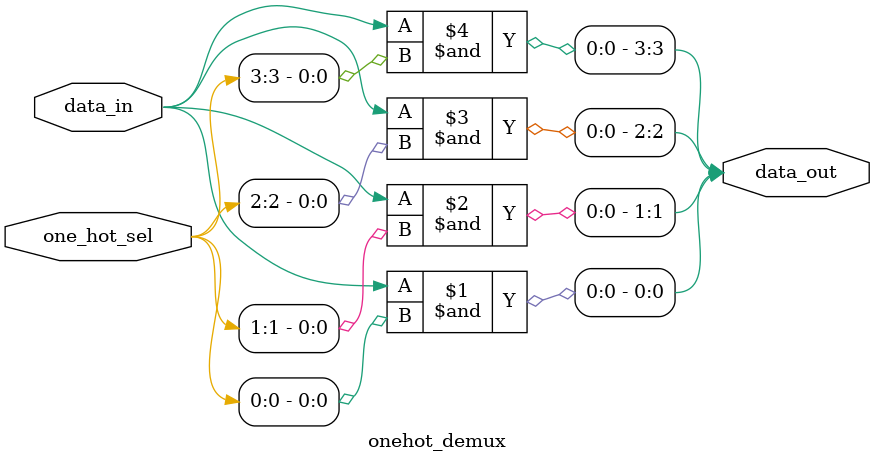
<source format=sv>
module onehot_demux (
    input wire data_in,                   // Input data
    input wire [3:0] one_hot_sel,         // One-hot selection (only one bit active)
    output wire [3:0] data_out            // Output channels
);
    // Direct one-hot selection using bitwise AND
    assign data_out[0] = data_in & one_hot_sel[0];
    assign data_out[1] = data_in & one_hot_sel[1];
    assign data_out[2] = data_in & one_hot_sel[2];
    assign data_out[3] = data_in & one_hot_sel[3];
endmodule
</source>
